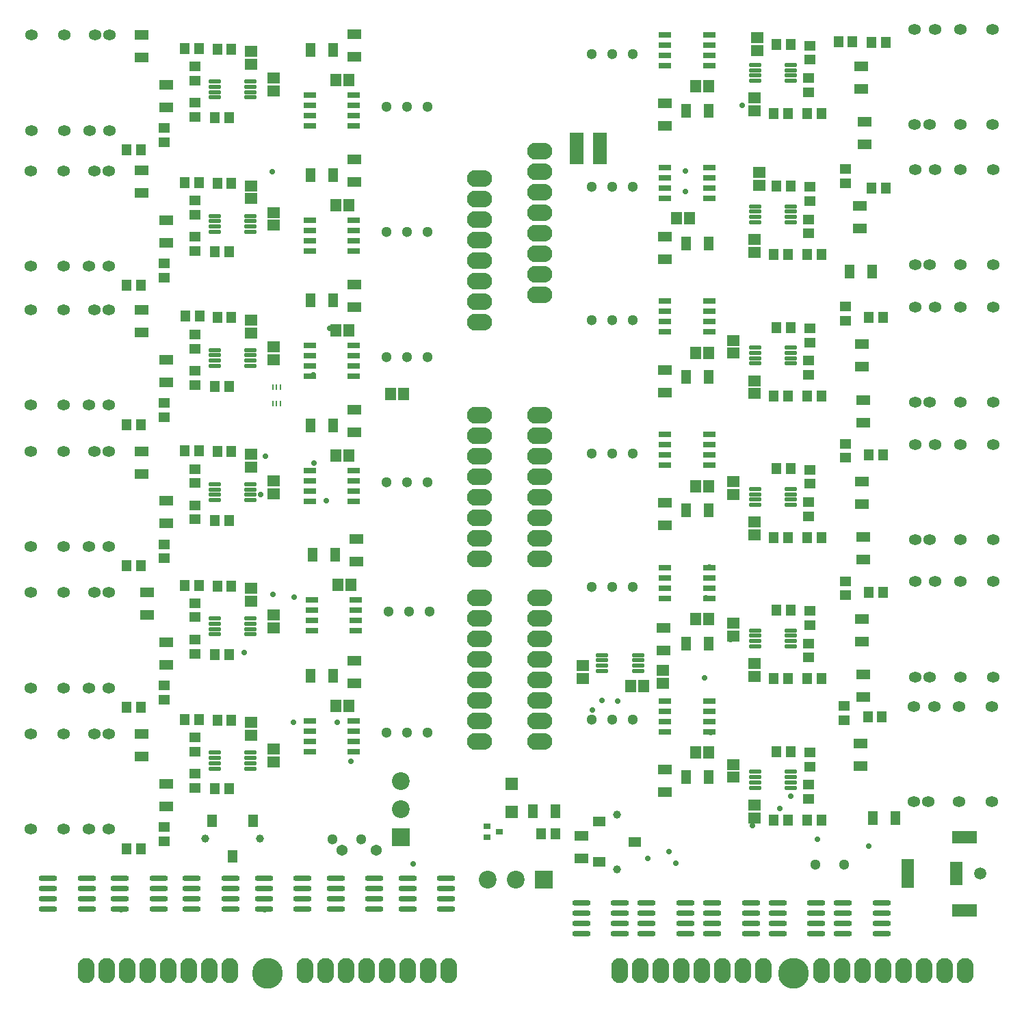
<source format=gbr>
%TF.GenerationSoftware,Altium Limited,Altium Designer,19.1.9 (167)*%
G04 Layer_Color=8388736*
%FSLAX26Y26*%
%MOIN*%
%TF.FileFunction,Soldermask,Top*%
%TF.Part,Single*%
G01*
G75*
%TA.AperFunction,SMDPad,CuDef*%
%ADD12R,0.010787X0.029654*%
%ADD86R,0.055118X0.059055*%
%ADD87O,0.090551X0.027559*%
%ADD88R,0.059055X0.055118*%
%ADD92R,0.049213X0.057087*%
%ADD93R,0.068898X0.051181*%
%ADD94R,0.057087X0.049213*%
G04:AMPARAMS|DCode=95|XSize=21.654mil|YSize=57.087mil|CornerRadius=3.917mil|HoleSize=0mil|Usage=FLASHONLY|Rotation=90.000|XOffset=0mil|YOffset=0mil|HoleType=Round|Shape=RoundedRectangle|*
%AMROUNDEDRECTD95*
21,1,0.021654,0.049252,0,0,90.0*
21,1,0.013819,0.057087,0,0,90.0*
1,1,0.007835,0.024626,0.006910*
1,1,0.007835,0.024626,-0.006910*
1,1,0.007835,-0.024626,-0.006910*
1,1,0.007835,-0.024626,0.006910*
%
%ADD95ROUNDEDRECTD95*%
%TA.AperFunction,ComponentPad*%
%ADD96C,0.039370*%
%ADD97C,0.051181*%
%ADD98O,0.082677X0.122047*%
%ADD99O,0.062992X0.051181*%
%ADD100R,0.122047X0.062992*%
%ADD101C,0.059055*%
%ADD102R,0.062992X0.141732*%
%ADD103R,0.062992X0.114173*%
%ADD104R,0.086614X0.086614*%
%ADD105C,0.086614*%
%ADD106O,0.122047X0.082677*%
%TA.AperFunction,ViaPad*%
%ADD107C,0.150000*%
%ADD108R,0.086614X0.086614*%
%ADD109C,0.086614*%
%ADD110C,0.027559*%
%ADD111C,0.053937*%
%TA.AperFunction,SMDPad,CuDef*%
%ADD115R,0.066929X0.157480*%
%ADD116R,0.051181X0.059055*%
%ADD117R,0.051181X0.068898*%
%ADD118R,0.063779X0.027559*%
%ADD119R,0.035433X0.027559*%
%ADD120R,0.062992X0.062992*%
%ADD121R,0.059055X0.051181*%
D12*
X1236221Y2999957D02*
D03*
X1255906D02*
D03*
X1275591D02*
D03*
Y2921303D02*
D03*
X1255906D02*
D03*
X1236221D02*
D03*
D86*
X2980315Y1543307D02*
D03*
X3043307D02*
D03*
X3297638Y1220473D02*
D03*
X3360630D02*
D03*
X1606299Y4498031D02*
D03*
X1543307D02*
D03*
X1606299Y3887795D02*
D03*
X1543307D02*
D03*
X1606299Y3277559D02*
D03*
X1543307D02*
D03*
X1606299Y2667323D02*
D03*
X1543307D02*
D03*
X3297638Y2519055D02*
D03*
X3360630D02*
D03*
X1616142Y2037402D02*
D03*
X1553150D02*
D03*
X3204724Y3822835D02*
D03*
X3267716D02*
D03*
X1606299Y1446850D02*
D03*
X1543307D02*
D03*
X1812008Y2967520D02*
D03*
X1875000D02*
D03*
X3297638Y1869764D02*
D03*
X3360630D02*
D03*
X3297638Y3168347D02*
D03*
X3360630D02*
D03*
X3297638Y4466929D02*
D03*
X3360630D02*
D03*
D87*
X1192913Y606496D02*
D03*
Y556496D02*
D03*
Y506496D02*
D03*
Y456496D02*
D03*
X1381890Y606496D02*
D03*
Y556496D02*
D03*
Y506496D02*
D03*
Y456496D02*
D03*
X2740157Y488386D02*
D03*
Y438386D02*
D03*
Y388386D02*
D03*
Y338386D02*
D03*
X2929134Y488386D02*
D03*
Y438386D02*
D03*
Y388386D02*
D03*
Y338386D02*
D03*
X141732Y606496D02*
D03*
Y556496D02*
D03*
Y506496D02*
D03*
Y456496D02*
D03*
X330709Y606496D02*
D03*
Y556496D02*
D03*
Y506496D02*
D03*
Y456496D02*
D03*
X3696850Y488386D02*
D03*
Y438386D02*
D03*
Y388386D02*
D03*
Y338386D02*
D03*
X3885827Y488386D02*
D03*
Y438386D02*
D03*
Y388386D02*
D03*
Y338386D02*
D03*
X1543307Y606496D02*
D03*
Y556496D02*
D03*
Y506496D02*
D03*
Y456496D02*
D03*
X1732284Y606496D02*
D03*
Y556496D02*
D03*
Y506496D02*
D03*
Y456496D02*
D03*
X3059055Y488386D02*
D03*
Y438386D02*
D03*
Y388386D02*
D03*
Y338386D02*
D03*
X3248032Y488386D02*
D03*
Y438386D02*
D03*
Y388386D02*
D03*
Y338386D02*
D03*
X492126Y606496D02*
D03*
Y556496D02*
D03*
Y506496D02*
D03*
Y456496D02*
D03*
X681102Y606496D02*
D03*
Y556496D02*
D03*
Y506496D02*
D03*
Y456496D02*
D03*
X4015748Y488386D02*
D03*
Y438386D02*
D03*
Y388386D02*
D03*
Y338386D02*
D03*
X4204724Y488386D02*
D03*
Y438386D02*
D03*
Y388386D02*
D03*
Y338386D02*
D03*
X1893701Y606496D02*
D03*
Y556496D02*
D03*
Y506496D02*
D03*
Y456496D02*
D03*
X2082677Y606496D02*
D03*
Y556496D02*
D03*
Y506496D02*
D03*
Y456496D02*
D03*
X3377953Y488386D02*
D03*
Y438386D02*
D03*
Y388386D02*
D03*
Y338386D02*
D03*
X3566929Y488386D02*
D03*
Y438386D02*
D03*
Y388386D02*
D03*
Y338386D02*
D03*
X842520Y606496D02*
D03*
Y556496D02*
D03*
Y506496D02*
D03*
Y456496D02*
D03*
X1031496Y606496D02*
D03*
Y556496D02*
D03*
Y506496D02*
D03*
Y456496D02*
D03*
D88*
X3583858Y965743D02*
D03*
Y902751D02*
D03*
X1130905Y4573819D02*
D03*
Y4636811D02*
D03*
Y3919685D02*
D03*
Y3982677D02*
D03*
Y3265551D02*
D03*
Y3328543D02*
D03*
Y2611418D02*
D03*
Y2674410D02*
D03*
X3583858Y2343619D02*
D03*
Y2280627D02*
D03*
X1130905Y1957284D02*
D03*
Y2020276D02*
D03*
X3583858Y3721495D02*
D03*
Y3658503D02*
D03*
X1130905Y1303150D02*
D03*
Y1366142D02*
D03*
X3481496Y1099601D02*
D03*
Y1162593D02*
D03*
X1241141Y4506890D02*
D03*
Y4443898D02*
D03*
Y3852756D02*
D03*
Y3789764D02*
D03*
Y3198622D02*
D03*
Y3135630D02*
D03*
Y2544488D02*
D03*
Y2481496D02*
D03*
X3481496Y2477477D02*
D03*
Y2540469D02*
D03*
X1241141Y1890355D02*
D03*
Y1827362D02*
D03*
X3606299Y4047244D02*
D03*
Y3984252D02*
D03*
X1241141Y1236221D02*
D03*
Y1173229D02*
D03*
X2748032Y1582677D02*
D03*
Y1645669D02*
D03*
X3137795Y1559055D02*
D03*
Y1622047D02*
D03*
X3583858Y1654681D02*
D03*
Y1591689D02*
D03*
Y3032557D02*
D03*
Y2969565D02*
D03*
Y4410433D02*
D03*
Y4347441D02*
D03*
X3481496Y1788539D02*
D03*
Y1851531D02*
D03*
Y3166415D02*
D03*
Y3229407D02*
D03*
X3598425Y4704724D02*
D03*
Y4641732D02*
D03*
D92*
X3909646Y4335630D02*
D03*
X3840748D02*
D03*
X3748229Y890940D02*
D03*
X3679331D02*
D03*
X966535Y4648622D02*
D03*
X1035433D02*
D03*
X966535Y3994488D02*
D03*
X1035433D02*
D03*
X966535Y3340354D02*
D03*
X1035433D02*
D03*
X966535Y2686221D02*
D03*
X1035433D02*
D03*
X3748229Y2268816D02*
D03*
X3679331D02*
D03*
X966535Y2032087D02*
D03*
X1035433D02*
D03*
X3748229Y3646692D02*
D03*
X3679331D02*
D03*
X966535Y1377953D02*
D03*
X1035433D02*
D03*
X3691142Y1225586D02*
D03*
X3760039D02*
D03*
X954724Y4313976D02*
D03*
X1023622D02*
D03*
X954724Y3659843D02*
D03*
X1023622D02*
D03*
X954724Y3005709D02*
D03*
X1023622D02*
D03*
X954724Y2351575D02*
D03*
X1023622D02*
D03*
X3760039Y2603462D02*
D03*
X3691142D02*
D03*
X954724Y1697441D02*
D03*
X1023622D02*
D03*
X3760039Y3981338D02*
D03*
X3691142D02*
D03*
X954724Y1043307D02*
D03*
X1023622D02*
D03*
X3909646Y890940D02*
D03*
X3840748D02*
D03*
X876968Y4652559D02*
D03*
X808071D02*
D03*
Y3998425D02*
D03*
X876968D02*
D03*
X812008Y3346457D02*
D03*
X880905D02*
D03*
X808071Y2690158D02*
D03*
X876968D02*
D03*
X3840748Y2268816D02*
D03*
X3909646D02*
D03*
X808071Y2036024D02*
D03*
X876968D02*
D03*
X3840748Y3646692D02*
D03*
X3909646D02*
D03*
X808071Y1381890D02*
D03*
X876968D02*
D03*
X593504Y4157480D02*
D03*
X524606D02*
D03*
X593504Y3498032D02*
D03*
X524606D02*
D03*
X593504Y2818898D02*
D03*
X524606D02*
D03*
X593504Y2129921D02*
D03*
X524606D02*
D03*
X593504Y1440945D02*
D03*
X524606D02*
D03*
X593504Y751968D02*
D03*
X524606D02*
D03*
X4136811Y1393701D02*
D03*
X4205709D02*
D03*
X4142717Y2001968D02*
D03*
X4211614D02*
D03*
Y2671260D02*
D03*
X4142717D02*
D03*
X4211614Y3340551D02*
D03*
X4142717D02*
D03*
X4223425Y3972441D02*
D03*
X4154528D02*
D03*
X4223425Y4681102D02*
D03*
X4154528D02*
D03*
X3993110Y4685039D02*
D03*
X4062008D02*
D03*
X2613189Y822835D02*
D03*
X2544291D02*
D03*
X3748229Y1579878D02*
D03*
X3679331D02*
D03*
X3748229Y2957754D02*
D03*
X3679331D02*
D03*
X3748229Y4335630D02*
D03*
X3679331D02*
D03*
X3691142Y1914524D02*
D03*
X3760039D02*
D03*
X3691142Y3292400D02*
D03*
X3760039D02*
D03*
X3691142Y4670276D02*
D03*
X3760039D02*
D03*
X3909646Y1579878D02*
D03*
X3840748D02*
D03*
X3909646Y2957754D02*
D03*
X3840748D02*
D03*
D93*
X3148032Y1137795D02*
D03*
Y1027559D02*
D03*
X1633858Y4610236D02*
D03*
Y4720472D02*
D03*
Y4000000D02*
D03*
Y4110236D02*
D03*
Y3389764D02*
D03*
Y3500000D02*
D03*
Y2779528D02*
D03*
Y2889764D02*
D03*
X3148032Y2436378D02*
D03*
Y2326142D02*
D03*
X1643701Y2149606D02*
D03*
Y2259843D02*
D03*
X3148032Y3734961D02*
D03*
Y3624724D02*
D03*
X1633858Y1559055D02*
D03*
Y1669291D02*
D03*
X598425Y4606299D02*
D03*
Y4716535D02*
D03*
Y3946850D02*
D03*
Y4057087D02*
D03*
Y3267716D02*
D03*
Y3377953D02*
D03*
Y2578740D02*
D03*
Y2688976D02*
D03*
X625984Y1889764D02*
D03*
Y2000000D02*
D03*
X598425Y1200787D02*
D03*
Y1311024D02*
D03*
X4114173Y1600394D02*
D03*
Y1490157D02*
D03*
Y2159449D02*
D03*
Y2269685D02*
D03*
Y2828740D02*
D03*
Y2938976D02*
D03*
X4122047Y4185039D02*
D03*
Y4295275D02*
D03*
X718504Y4364173D02*
D03*
Y4474409D02*
D03*
Y3704724D02*
D03*
Y3814961D02*
D03*
Y3025590D02*
D03*
Y3135827D02*
D03*
Y2336614D02*
D03*
Y2446850D02*
D03*
Y1647638D02*
D03*
Y1757874D02*
D03*
Y958661D02*
D03*
Y1068898D02*
D03*
X4101378Y1263779D02*
D03*
Y1153543D02*
D03*
X4107284Y1872047D02*
D03*
Y1761811D02*
D03*
Y2541338D02*
D03*
Y2431102D02*
D03*
Y3210630D02*
D03*
Y3100394D02*
D03*
X4098425Y3885827D02*
D03*
Y3775590D02*
D03*
X4105512Y4564961D02*
D03*
Y4454724D02*
D03*
X2740157Y814961D02*
D03*
Y704724D02*
D03*
X3139764Y1826772D02*
D03*
Y1716535D02*
D03*
X3148032Y3085669D02*
D03*
Y2975433D02*
D03*
Y4384252D02*
D03*
Y4274016D02*
D03*
D94*
X3855512Y1220664D02*
D03*
Y1151767D02*
D03*
X859252Y4318898D02*
D03*
Y4387795D02*
D03*
Y3664764D02*
D03*
Y3733662D02*
D03*
Y3010630D02*
D03*
Y3079528D02*
D03*
Y2356496D02*
D03*
Y2425394D02*
D03*
X3855512Y2598540D02*
D03*
Y2529643D02*
D03*
X859252Y1702362D02*
D03*
Y1771260D02*
D03*
X3855512Y3976416D02*
D03*
Y3907519D02*
D03*
X859252Y1048229D02*
D03*
Y1117126D02*
D03*
X3847638Y994286D02*
D03*
Y1063184D02*
D03*
X856299Y4564960D02*
D03*
Y4496063D02*
D03*
Y3910827D02*
D03*
Y3841929D02*
D03*
Y3256693D02*
D03*
Y3187795D02*
D03*
Y2602559D02*
D03*
Y2533661D02*
D03*
X3847638Y2372162D02*
D03*
Y2441060D02*
D03*
X856299Y1948425D02*
D03*
Y1879527D02*
D03*
X3847638Y3750038D02*
D03*
Y3818936D02*
D03*
X856299Y1294291D02*
D03*
Y1225394D02*
D03*
X708662Y4262795D02*
D03*
Y4193898D02*
D03*
Y3603346D02*
D03*
Y3534449D02*
D03*
Y2924213D02*
D03*
Y2855315D02*
D03*
Y2235236D02*
D03*
Y2166338D02*
D03*
Y1546260D02*
D03*
Y1477362D02*
D03*
Y857283D02*
D03*
Y788386D02*
D03*
X4021654Y1378937D02*
D03*
Y1447834D02*
D03*
X4027559Y1987205D02*
D03*
Y2056102D02*
D03*
Y2725394D02*
D03*
Y2656496D02*
D03*
Y3394685D02*
D03*
Y3325787D02*
D03*
Y4063976D02*
D03*
Y3995079D02*
D03*
X3855512Y1909602D02*
D03*
Y1840705D02*
D03*
Y3287478D02*
D03*
Y3218581D02*
D03*
Y4665354D02*
D03*
Y4596457D02*
D03*
X3847638Y1683224D02*
D03*
Y1752122D02*
D03*
Y3061100D02*
D03*
Y3129998D02*
D03*
Y4438976D02*
D03*
Y4507874D02*
D03*
D95*
X3586811Y4494094D02*
D03*
X3762008D02*
D03*
Y4519685D02*
D03*
Y4545275D02*
D03*
Y4570866D02*
D03*
X3586811Y4519685D02*
D03*
Y4545275D02*
D03*
Y4570866D02*
D03*
Y1049404D02*
D03*
X3762008D02*
D03*
Y1074995D02*
D03*
Y1100585D02*
D03*
Y1126176D02*
D03*
X3586811Y1074995D02*
D03*
Y1100585D02*
D03*
Y1126176D02*
D03*
X1127953Y4490158D02*
D03*
X952756D02*
D03*
Y4464567D02*
D03*
Y4438976D02*
D03*
Y4413386D02*
D03*
X1127953Y4464567D02*
D03*
Y4438976D02*
D03*
Y4413386D02*
D03*
Y3836024D02*
D03*
X952756D02*
D03*
Y3810433D02*
D03*
Y3784843D02*
D03*
Y3759252D02*
D03*
X1127953Y3810433D02*
D03*
Y3784843D02*
D03*
Y3759252D02*
D03*
Y3181890D02*
D03*
X952756D02*
D03*
Y3156299D02*
D03*
Y3130709D02*
D03*
Y3105118D02*
D03*
X1127953Y3156299D02*
D03*
Y3130709D02*
D03*
Y3105118D02*
D03*
Y2527756D02*
D03*
X952756D02*
D03*
Y2502166D02*
D03*
Y2476575D02*
D03*
Y2450985D02*
D03*
X1127953Y2502166D02*
D03*
Y2476575D02*
D03*
Y2450985D02*
D03*
X3586811Y2427280D02*
D03*
X3762008D02*
D03*
Y2452871D02*
D03*
Y2478461D02*
D03*
Y2504052D02*
D03*
X3586811Y2452871D02*
D03*
Y2478461D02*
D03*
Y2504052D02*
D03*
X1127953Y1873622D02*
D03*
X952756D02*
D03*
Y1848032D02*
D03*
Y1822441D02*
D03*
Y1796851D02*
D03*
X1127953Y1848032D02*
D03*
Y1822441D02*
D03*
Y1796851D02*
D03*
X3586811Y3805156D02*
D03*
X3762008D02*
D03*
Y3830747D02*
D03*
Y3856338D02*
D03*
Y3881928D02*
D03*
X3586811Y3830747D02*
D03*
Y3856338D02*
D03*
Y3881928D02*
D03*
X1127953Y1219489D02*
D03*
X952756D02*
D03*
Y1193898D02*
D03*
Y1168307D02*
D03*
Y1142717D02*
D03*
X1127953Y1193898D02*
D03*
Y1168307D02*
D03*
Y1142717D02*
D03*
X3016732Y1619094D02*
D03*
Y1644685D02*
D03*
Y1670275D02*
D03*
X2841535Y1619094D02*
D03*
Y1644685D02*
D03*
Y1670275D02*
D03*
Y1695866D02*
D03*
X3016732D02*
D03*
X3586811Y1738342D02*
D03*
X3762008D02*
D03*
Y1763933D02*
D03*
Y1789524D02*
D03*
Y1815114D02*
D03*
X3586811Y1763933D02*
D03*
Y1789524D02*
D03*
Y1815114D02*
D03*
Y3116218D02*
D03*
X3762008D02*
D03*
Y3141809D02*
D03*
Y3167400D02*
D03*
Y3192990D02*
D03*
X3586811Y3141809D02*
D03*
Y3167400D02*
D03*
Y3192990D02*
D03*
D96*
X907243Y800898D02*
D03*
X1174960D02*
D03*
X2915638Y919054D02*
D03*
Y651337D02*
D03*
D97*
X1989764Y1317323D02*
D03*
X1889764D02*
D03*
X1789764D02*
D03*
X1666339Y797244D02*
D03*
X1528543D02*
D03*
X4019685Y673228D02*
D03*
X3881890D02*
D03*
X2992126Y1379528D02*
D03*
X2892126D02*
D03*
X2792126D02*
D03*
X1789764Y4368504D02*
D03*
X1889764D02*
D03*
X1989764D02*
D03*
X1789764Y3758268D02*
D03*
X1889764D02*
D03*
X1989764D02*
D03*
X1789764Y3148031D02*
D03*
X1889764D02*
D03*
X1989764D02*
D03*
X1789764Y2537795D02*
D03*
X1889764D02*
D03*
X1989764D02*
D03*
X2992126Y2678110D02*
D03*
X2892126D02*
D03*
X2792126D02*
D03*
X1799606Y1907874D02*
D03*
X1899606D02*
D03*
X1999606D02*
D03*
X2992126Y3976693D02*
D03*
X2892126D02*
D03*
X2792126D02*
D03*
X2992126Y2028819D02*
D03*
X2892126D02*
D03*
X2792126D02*
D03*
X2992126Y3327402D02*
D03*
X2892126D02*
D03*
X2792126D02*
D03*
X2992126Y4625984D02*
D03*
X2892126D02*
D03*
X2792126D02*
D03*
D98*
X1994488Y157480D02*
D03*
X1594488D02*
D03*
X1394488D02*
D03*
X2094488D02*
D03*
X1494488D02*
D03*
X1694488D02*
D03*
X1794488D02*
D03*
X1894488D02*
D03*
X928346D02*
D03*
X528346D02*
D03*
X328346D02*
D03*
X1028347D02*
D03*
X428346D02*
D03*
X628346D02*
D03*
X728346D02*
D03*
X828346D02*
D03*
X4511024Y157480D02*
D03*
X4111024D02*
D03*
X3911024D02*
D03*
X4611024D02*
D03*
X4011024D02*
D03*
X4211024D02*
D03*
X4311024D02*
D03*
X4411024D02*
D03*
X3526772D02*
D03*
X3126772D02*
D03*
X2926772D02*
D03*
X3626772D02*
D03*
X3026772D02*
D03*
X3226772D02*
D03*
X3326772D02*
D03*
X3426772D02*
D03*
D99*
X4365354Y4281496D02*
D03*
X4436221D02*
D03*
X4745276D02*
D03*
X4586614D02*
D03*
Y4746063D02*
D03*
X4745276D02*
D03*
X4463780D02*
D03*
X4365354D02*
D03*
X441929Y4251968D02*
D03*
X343504D02*
D03*
X62008D02*
D03*
X220669D02*
D03*
Y4716535D02*
D03*
X62008D02*
D03*
X371063D02*
D03*
X441929D02*
D03*
X437992Y3590551D02*
D03*
X339567D02*
D03*
X58071D02*
D03*
X216732D02*
D03*
Y4055118D02*
D03*
X58071D02*
D03*
X367126D02*
D03*
X437992D02*
D03*
Y2913386D02*
D03*
X339567D02*
D03*
X58071D02*
D03*
X216732D02*
D03*
Y3377953D02*
D03*
X58071D02*
D03*
X367126D02*
D03*
X437992D02*
D03*
Y2224410D02*
D03*
X339567D02*
D03*
X58071D02*
D03*
X216732D02*
D03*
Y2688977D02*
D03*
X58071D02*
D03*
X367126D02*
D03*
X437992D02*
D03*
Y1535433D02*
D03*
X339567D02*
D03*
X58071D02*
D03*
X216732D02*
D03*
Y2000000D02*
D03*
X58071D02*
D03*
X367126D02*
D03*
X437992D02*
D03*
Y846457D02*
D03*
X339567D02*
D03*
X58071D02*
D03*
X216732D02*
D03*
Y1311024D02*
D03*
X58071D02*
D03*
X367126D02*
D03*
X437992D02*
D03*
X4361220Y1444882D02*
D03*
X4459646D02*
D03*
X4741142D02*
D03*
X4582480D02*
D03*
Y980315D02*
D03*
X4741142D02*
D03*
X4432087D02*
D03*
X4361220D02*
D03*
X4367126Y2053149D02*
D03*
X4465551D02*
D03*
X4747047D02*
D03*
X4588386D02*
D03*
Y1588582D02*
D03*
X4747047D02*
D03*
X4437992D02*
D03*
X4367126D02*
D03*
Y2257874D02*
D03*
X4437992D02*
D03*
X4747047D02*
D03*
X4588386D02*
D03*
Y2722441D02*
D03*
X4747047D02*
D03*
X4465551D02*
D03*
X4367126D02*
D03*
Y2927165D02*
D03*
X4437992D02*
D03*
X4747047D02*
D03*
X4588386D02*
D03*
Y3391732D02*
D03*
X4747047D02*
D03*
X4465551D02*
D03*
X4367126D02*
D03*
Y3596456D02*
D03*
X4437992D02*
D03*
X4747047D02*
D03*
X4588386D02*
D03*
Y4061023D02*
D03*
X4747047D02*
D03*
X4465551D02*
D03*
X4367126D02*
D03*
D100*
X4606299Y452756D02*
D03*
Y807087D02*
D03*
D101*
X4685039Y629921D02*
D03*
D102*
X4330709D02*
D03*
D103*
X4566929D02*
D03*
D104*
X2559055Y602362D02*
D03*
D105*
X2421260D02*
D03*
X2283465D02*
D03*
D106*
X2539370Y2765354D02*
D03*
Y2365354D02*
D03*
Y2165354D02*
D03*
Y2865354D02*
D03*
Y2265354D02*
D03*
Y2465354D02*
D03*
Y2565354D02*
D03*
Y2665354D02*
D03*
X2244095Y1373228D02*
D03*
Y1773228D02*
D03*
Y1973228D02*
D03*
Y1273228D02*
D03*
Y1873228D02*
D03*
Y1673228D02*
D03*
Y1573228D02*
D03*
Y1473228D02*
D03*
Y3418110D02*
D03*
Y3818110D02*
D03*
Y4018110D02*
D03*
Y3318110D02*
D03*
Y3918110D02*
D03*
Y3718110D02*
D03*
Y3618110D02*
D03*
Y3518110D02*
D03*
X2539370Y1873228D02*
D03*
Y1473228D02*
D03*
Y1273228D02*
D03*
Y1973228D02*
D03*
Y1373228D02*
D03*
Y1573228D02*
D03*
Y1673228D02*
D03*
Y1773228D02*
D03*
X2244095Y2265354D02*
D03*
Y2665354D02*
D03*
Y2865354D02*
D03*
Y2165354D02*
D03*
Y2765354D02*
D03*
Y2565354D02*
D03*
Y2465354D02*
D03*
Y2365354D02*
D03*
X2539370Y4052756D02*
D03*
Y3652756D02*
D03*
Y3452756D02*
D03*
Y4152756D02*
D03*
Y3552756D02*
D03*
Y3752756D02*
D03*
Y3852756D02*
D03*
Y3952756D02*
D03*
D107*
X3775591Y143701D02*
D03*
X1211614D02*
D03*
D108*
X1862204Y807087D02*
D03*
D109*
Y944882D02*
D03*
Y1082677D02*
D03*
D110*
X3707677Y946850D02*
D03*
X1435118Y3061102D02*
D03*
X2839567Y1473425D02*
D03*
X3481496Y1099601D02*
D03*
X1543307Y1446850D02*
D03*
X1237205Y1992126D02*
D03*
X1339567Y1978346D02*
D03*
X1242126Y4504921D02*
D03*
X3249016Y4056102D02*
D03*
X3248032Y3953740D02*
D03*
X3365157Y2124016D02*
D03*
X3347441Y1974409D02*
D03*
X3346457Y1868110D02*
D03*
X1430118Y3203740D02*
D03*
X1513780Y3289370D02*
D03*
X1098534Y1708798D02*
D03*
X1498032Y2446850D02*
D03*
X1437402Y2629921D02*
D03*
X1199803Y2664370D02*
D03*
X1125984Y2687992D02*
D03*
X1881890Y456693D02*
D03*
X1544291D02*
D03*
X1197835Y455709D02*
D03*
X847441Y458661D02*
D03*
X497047Y455709D02*
D03*
X141732Y457677D02*
D03*
X1234252Y4050197D02*
D03*
X1129921Y3981299D02*
D03*
X1543307Y3886811D02*
D03*
X1416795Y3815157D02*
D03*
X3525591Y4374016D02*
D03*
X3994095Y4687008D02*
D03*
X3597441Y4702756D02*
D03*
X4028543Y4062992D02*
D03*
X3468504Y1771653D02*
D03*
X3584646Y1595472D02*
D03*
X3342673Y1583815D02*
D03*
X3359252Y1229331D02*
D03*
X3372047Y1318898D02*
D03*
X2794291Y1428150D02*
D03*
X2917323Y1472441D02*
D03*
X2981299Y1542323D02*
D03*
X3585630Y2293307D02*
D03*
X4141732Y762795D02*
D03*
X3574803Y864173D02*
D03*
X2826772Y882874D02*
D03*
X1338583Y1368110D02*
D03*
X1619094Y1176971D02*
D03*
X1551181Y1366142D02*
D03*
X1921260Y676181D02*
D03*
X3166339Y737205D02*
D03*
X3065866Y703661D02*
D03*
X3201772Y682333D02*
D03*
X3889764Y796260D02*
D03*
X2403543Y1069882D02*
D03*
X3481496Y3166415D02*
D03*
X3360236Y3168307D02*
D03*
X3761811Y1007874D02*
D03*
X1178107Y2476575D02*
D03*
D111*
X1740158Y745079D02*
D03*
X1574055Y744843D02*
D03*
D115*
X2718504Y4165354D02*
D03*
X2832677D02*
D03*
D116*
X942676Y887512D02*
D03*
X1041101Y714283D02*
D03*
X1139527Y887512D02*
D03*
D117*
X3360630Y4348819D02*
D03*
X3250394D02*
D03*
X3360630Y1102362D02*
D03*
X3250394D02*
D03*
X1421260Y4645669D02*
D03*
X1531496D02*
D03*
X1421260Y4035433D02*
D03*
X1531496D02*
D03*
X1421260Y3425197D02*
D03*
X1531496D02*
D03*
X1421260Y2814961D02*
D03*
X1531496D02*
D03*
X3360630Y2400945D02*
D03*
X3250394D02*
D03*
X1431102Y2185039D02*
D03*
X1541339D02*
D03*
X3360630Y3699528D02*
D03*
X3250394D02*
D03*
X1421260Y1594488D02*
D03*
X1531496D02*
D03*
X4161417Y901575D02*
D03*
X4271654D02*
D03*
X4157480Y3562992D02*
D03*
X4047244D02*
D03*
X2503937Y933071D02*
D03*
X2614173D02*
D03*
X3360630Y1751654D02*
D03*
X3250394D02*
D03*
X3360630Y3050236D02*
D03*
X3250394D02*
D03*
D118*
X3149347Y4719094D02*
D03*
Y4669094D02*
D03*
Y4619094D02*
D03*
Y4569094D02*
D03*
X3365095Y4719094D02*
D03*
Y4669094D02*
D03*
Y4619094D02*
D03*
Y4569094D02*
D03*
X3149347Y1472638D02*
D03*
Y1422638D02*
D03*
Y1372638D02*
D03*
Y1322638D02*
D03*
X3365095Y1472638D02*
D03*
Y1422638D02*
D03*
Y1372638D02*
D03*
Y1322638D02*
D03*
X1632543Y4275394D02*
D03*
Y4325394D02*
D03*
Y4375394D02*
D03*
Y4425394D02*
D03*
X1416795Y4275394D02*
D03*
Y4325394D02*
D03*
Y4375394D02*
D03*
Y4425394D02*
D03*
X1632543Y3665157D02*
D03*
Y3715157D02*
D03*
Y3765157D02*
D03*
Y3815157D02*
D03*
X1416795Y3665157D02*
D03*
Y3715157D02*
D03*
Y3765157D02*
D03*
Y3815157D02*
D03*
X1632543Y3054921D02*
D03*
Y3104921D02*
D03*
Y3154921D02*
D03*
Y3204921D02*
D03*
X1416795Y3054921D02*
D03*
Y3104921D02*
D03*
Y3154921D02*
D03*
Y3204921D02*
D03*
X1632543Y2444685D02*
D03*
Y2494685D02*
D03*
Y2544685D02*
D03*
Y2594685D02*
D03*
X1416795Y2444685D02*
D03*
Y2494685D02*
D03*
Y2544685D02*
D03*
Y2594685D02*
D03*
X3149347Y2771220D02*
D03*
Y2721220D02*
D03*
Y2671220D02*
D03*
Y2621220D02*
D03*
X3365095Y2771220D02*
D03*
Y2721220D02*
D03*
Y2671220D02*
D03*
Y2621220D02*
D03*
X1642386Y1814764D02*
D03*
Y1864764D02*
D03*
Y1914764D02*
D03*
Y1964764D02*
D03*
X1426638Y1814764D02*
D03*
Y1864764D02*
D03*
Y1914764D02*
D03*
Y1964764D02*
D03*
X3149347Y4069803D02*
D03*
Y4019803D02*
D03*
Y3969803D02*
D03*
Y3919803D02*
D03*
X3365095Y4069803D02*
D03*
Y4019803D02*
D03*
Y3969803D02*
D03*
Y3919803D02*
D03*
X1632543Y1224213D02*
D03*
Y1274213D02*
D03*
Y1324213D02*
D03*
Y1374213D02*
D03*
X1416795Y1224213D02*
D03*
Y1274213D02*
D03*
Y1324213D02*
D03*
Y1374213D02*
D03*
X3149347Y2121929D02*
D03*
Y2071929D02*
D03*
Y2021929D02*
D03*
Y1971929D02*
D03*
X3365095Y2121929D02*
D03*
Y2071929D02*
D03*
Y2021929D02*
D03*
Y1971929D02*
D03*
X3149347Y3420512D02*
D03*
Y3370512D02*
D03*
Y3320512D02*
D03*
Y3270512D02*
D03*
X3365095Y3420512D02*
D03*
Y3370512D02*
D03*
Y3320512D02*
D03*
Y3270512D02*
D03*
D119*
X2342520Y834646D02*
D03*
X2279528Y809055D02*
D03*
Y860236D02*
D03*
D120*
X2401575Y1068898D02*
D03*
Y931102D02*
D03*
D121*
X2829024Y883621D02*
D03*
X3002252Y785196D02*
D03*
X2829024Y686771D02*
D03*
%TF.MD5,aed9b54ac4c823d5f2c246893d30fafc*%
M02*

</source>
